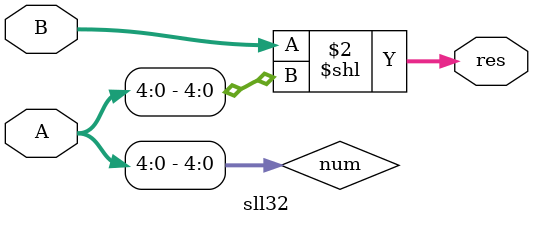
<source format=v>
`timescale 1ns / 1ps



module sll32(
    input wire[31:0]A,
    input wire[31:0]B,
    output reg[31:0]res
    );
    wire [4:0]num=A[4:0];
    always @* begin
     res = ( B << num );
    end
endmodule

</source>
